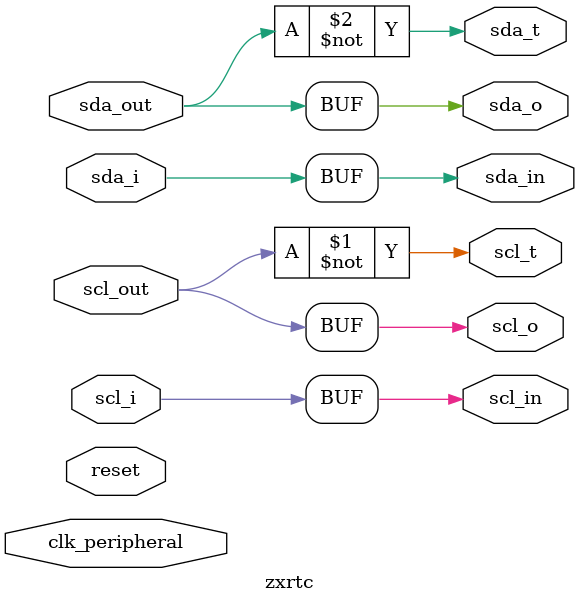
<source format=v>
`timescale 1ns / 1ps


module zxrtc(
    output 	scl_in,
    output 	sda_in,
    input 	scl_out,
    input 	sda_out,
    
    input   scl_i,
    output  scl_o,
    output  scl_t,
    
    input   sda_i,
    output  sda_o,
    output  sda_t,
    
    input	clk_peripheral,
    input	reset
    );
    
    assign scl_in   = scl_i;
    assign scl_o    = scl_out;
    assign scl_t    = ~scl_out;     //    i2c_scl_io <= '0' when zxn_i2c_scl_n_o = '0' else 'Z';

    assign sda_in   = sda_i;
    assign sda_o    = sda_out;
    assign sda_t    = ~sda_out;     //    i2c_sda_io <= '0' when zxn_i2c_sda_n_o = '0' else 'Z';
    
endmodule

</source>
